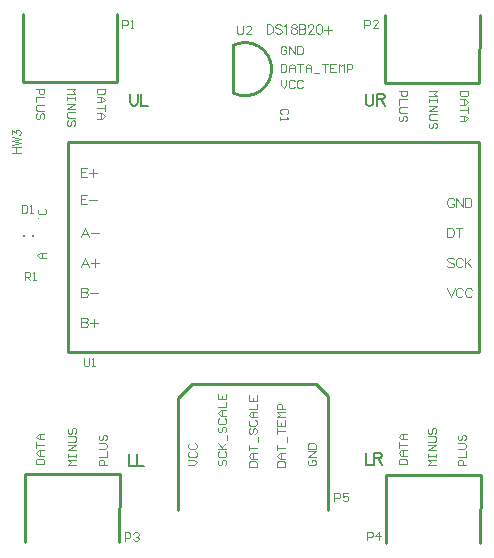
<source format=gto>
G04*
G04 #@! TF.GenerationSoftware,Altium Limited,Altium Designer,20.1.14 (287)*
G04*
G04 Layer_Color=65535*
%FSLAX44Y44*%
%MOMM*%
G71*
G04*
G04 #@! TF.SameCoordinates,A1741A08-9612-4A6D-A7CB-39B1CF954D6D*
G04*
G04*
G04 #@! TF.FilePolarity,Positive*
G04*
G01*
G75*
%ADD10C,0.1000*%
%ADD11C,0.2540*%
%ADD12C,0.2000*%
D10*
X28988Y275820D02*
G03*
X28988Y275820I-500J0D01*
G01*
X7018Y331708D02*
X14017D01*
X7018Y336374D02*
X14017D01*
X10351Y331708D02*
Y336374D01*
X7018Y338307D02*
X14017Y339973D01*
X7018Y341639D02*
X14017Y339973D01*
X7018Y341639D02*
X14017Y343306D01*
X7018Y344972D02*
X14017Y343306D01*
X7018Y347038D02*
Y350704D01*
X9685Y348704D01*
Y349704D01*
X10018Y350371D01*
X10351Y350704D01*
X11351Y351037D01*
X12017D01*
X13017Y350704D01*
X13684Y350037D01*
X14017Y349038D01*
Y348038D01*
X13684Y347038D01*
X13350Y346705D01*
X12684Y346371D01*
X70391Y318918D02*
X65440D01*
Y310920D01*
X70391D01*
X65440Y315110D02*
X68487D01*
X75152Y317776D02*
Y310920D01*
X71724Y314348D02*
X78580D01*
X70391Y296058D02*
X65440D01*
Y288060D01*
X70391D01*
X65440Y292250D02*
X68487D01*
X71724Y291488D02*
X78580D01*
X71534Y260120D02*
X68487Y268118D01*
X65440Y260120D01*
X66583Y262786D02*
X70391D01*
X73400Y263548D02*
X80256D01*
X71534Y234720D02*
X68487Y242718D01*
X65440Y234720D01*
X66583Y237386D02*
X70391D01*
X76828Y241576D02*
Y234720D01*
X73400Y238148D02*
X80256D01*
X65440Y217318D02*
Y209320D01*
Y217318D02*
X68868D01*
X70010Y216937D01*
X70391Y216557D01*
X70772Y215795D01*
Y215033D01*
X70391Y214271D01*
X70010Y213890D01*
X68868Y213510D01*
X65440D02*
X68868D01*
X70010Y213129D01*
X70391Y212748D01*
X70772Y211986D01*
Y210844D01*
X70391Y210082D01*
X70010Y209701D01*
X68868Y209320D01*
X65440D01*
X72562Y212748D02*
X79418D01*
X65440Y191918D02*
Y183920D01*
Y191918D02*
X68868D01*
X70010Y191537D01*
X70391Y191157D01*
X70772Y190395D01*
Y189633D01*
X70391Y188871D01*
X70010Y188491D01*
X68868Y188110D01*
X65440D02*
X68868D01*
X70010Y187729D01*
X70391Y187348D01*
X70772Y186586D01*
Y185443D01*
X70391Y184682D01*
X70010Y184301D01*
X68868Y183920D01*
X65440D01*
X75990Y190776D02*
Y183920D01*
X72562Y187348D02*
X79418D01*
X381033Y291614D02*
X380652Y292376D01*
X379891Y293137D01*
X379129Y293518D01*
X377605D01*
X376843Y293137D01*
X376082Y292376D01*
X375701Y291614D01*
X375320Y290471D01*
Y288567D01*
X375701Y287424D01*
X376082Y286663D01*
X376843Y285901D01*
X377605Y285520D01*
X379129D01*
X379891Y285901D01*
X380652Y286663D01*
X381033Y287424D01*
Y288567D01*
X379129D02*
X381033D01*
X382861Y293518D02*
Y285520D01*
Y293518D02*
X388194Y285520D01*
Y293518D02*
Y285520D01*
X390402Y293518D02*
Y285520D01*
Y293518D02*
X393069D01*
X394211Y293137D01*
X394973Y292376D01*
X395354Y291614D01*
X395735Y290471D01*
Y288567D01*
X395354Y287424D01*
X394973Y286663D01*
X394211Y285901D01*
X393069Y285520D01*
X390402D01*
X375320Y268118D02*
Y260120D01*
Y268118D02*
X377986D01*
X379129Y267737D01*
X379891Y266976D01*
X380271Y266214D01*
X380652Y265071D01*
Y263167D01*
X380271Y262024D01*
X379891Y261263D01*
X379129Y260501D01*
X377986Y260120D01*
X375320D01*
X385108Y268118D02*
Y260120D01*
X382442Y268118D02*
X387775D01*
X380652Y241576D02*
X379891Y242337D01*
X378748Y242718D01*
X377224D01*
X376082Y242337D01*
X375320Y241576D01*
Y240814D01*
X375701Y240052D01*
X376082Y239671D01*
X376843Y239291D01*
X379129Y238529D01*
X379891Y238148D01*
X380271Y237767D01*
X380652Y237005D01*
Y235863D01*
X379891Y235101D01*
X378748Y234720D01*
X377224D01*
X376082Y235101D01*
X375320Y235863D01*
X388155Y240814D02*
X387775Y241576D01*
X387013Y242337D01*
X386251Y242718D01*
X384728D01*
X383966Y242337D01*
X383204Y241576D01*
X382823Y240814D01*
X382442Y239671D01*
Y237767D01*
X382823Y236624D01*
X383204Y235863D01*
X383966Y235101D01*
X384728Y234720D01*
X386251D01*
X387013Y235101D01*
X387775Y235863D01*
X388155Y236624D01*
X390402Y242718D02*
Y234720D01*
X395735Y242718D02*
X390402Y237386D01*
X392307Y239291D02*
X395735Y234720D01*
X375320Y217318D02*
X378367Y209320D01*
X381414Y217318D02*
X378367Y209320D01*
X388155Y215414D02*
X387775Y216176D01*
X387013Y216937D01*
X386251Y217318D01*
X384728D01*
X383966Y216937D01*
X383204Y216176D01*
X382823Y215414D01*
X382442Y214271D01*
Y212367D01*
X382823Y211224D01*
X383204Y210463D01*
X383966Y209701D01*
X384728Y209320D01*
X386251D01*
X387013Y209701D01*
X387775Y210463D01*
X388155Y211224D01*
X396116Y215414D02*
X395735Y216176D01*
X394973Y216937D01*
X394211Y217318D01*
X392688D01*
X391926Y216937D01*
X391164Y216176D01*
X390783Y215414D01*
X390402Y214271D01*
Y212367D01*
X390783Y211224D01*
X391164Y210463D01*
X391926Y209701D01*
X392688Y209320D01*
X394211D01*
X394973Y209701D01*
X395735Y210463D01*
X396116Y211224D01*
X222604Y440290D02*
Y432292D01*
Y440290D02*
X225270D01*
X226412Y439909D01*
X227174Y439148D01*
X227555Y438386D01*
X227936Y437243D01*
Y435339D01*
X227555Y434196D01*
X227174Y433435D01*
X226412Y432673D01*
X225270Y432292D01*
X222604D01*
X235058Y439148D02*
X234296Y439909D01*
X233154Y440290D01*
X231630D01*
X230488Y439909D01*
X229726Y439148D01*
Y438386D01*
X230107Y437624D01*
X230488Y437243D01*
X231250Y436862D01*
X233535Y436101D01*
X234296Y435720D01*
X234677Y435339D01*
X235058Y434577D01*
Y433435D01*
X234296Y432673D01*
X233154Y432292D01*
X231630D01*
X230488Y432673D01*
X229726Y433435D01*
X236848Y438767D02*
X237610Y439148D01*
X238753Y440290D01*
Y432292D01*
X244618Y440290D02*
X243475Y439909D01*
X243095Y439148D01*
Y438386D01*
X243475Y437624D01*
X244237Y437243D01*
X245761Y436862D01*
X246903Y436482D01*
X247665Y435720D01*
X248046Y434958D01*
Y433815D01*
X247665Y433054D01*
X247284Y432673D01*
X246141Y432292D01*
X244618D01*
X243475Y432673D01*
X243095Y433054D01*
X242714Y433815D01*
Y434958D01*
X243095Y435720D01*
X243856Y436482D01*
X244999Y436862D01*
X246522Y437243D01*
X247284Y437624D01*
X247665Y438386D01*
Y439148D01*
X247284Y439909D01*
X246141Y440290D01*
X244618D01*
X249836D02*
Y432292D01*
Y440290D02*
X253264D01*
X254407Y439909D01*
X254787Y439529D01*
X255168Y438767D01*
Y438005D01*
X254787Y437243D01*
X254407Y436862D01*
X253264Y436482D01*
X249836D02*
X253264D01*
X254407Y436101D01*
X254787Y435720D01*
X255168Y434958D01*
Y433815D01*
X254787Y433054D01*
X254407Y432673D01*
X253264Y432292D01*
X249836D01*
X257339Y438386D02*
Y438767D01*
X257720Y439529D01*
X258101Y439909D01*
X258863Y440290D01*
X260386D01*
X261148Y439909D01*
X261529Y439529D01*
X261910Y438767D01*
Y438005D01*
X261529Y437243D01*
X260767Y436101D01*
X256958Y432292D01*
X262290D01*
X266366Y440290D02*
X265223Y439909D01*
X264461Y438767D01*
X264081Y436862D01*
Y435720D01*
X264461Y433815D01*
X265223Y432673D01*
X266366Y432292D01*
X267127D01*
X268270Y432673D01*
X269032Y433815D01*
X269413Y435720D01*
Y436862D01*
X269032Y438767D01*
X268270Y439909D01*
X267127Y440290D01*
X266366D01*
X274631Y439148D02*
Y432292D01*
X271203Y435720D02*
X278058D01*
X258169Y71665D02*
X257002Y70499D01*
Y68166D01*
X258169Y67000D01*
X262834D01*
X264000Y68166D01*
Y70499D01*
X262834Y71665D01*
X260501D01*
Y69333D01*
X264000Y73998D02*
X257002D01*
X264000Y78663D01*
X257002D01*
Y80996D02*
X264000D01*
Y84494D01*
X262834Y85661D01*
X258169D01*
X257002Y84494D01*
Y80996D01*
X231002Y65598D02*
X238000D01*
Y69097D01*
X236834Y70263D01*
X232169D01*
X231002Y69097D01*
Y65598D01*
X238000Y72596D02*
X233335D01*
X231002Y74928D01*
X233335Y77261D01*
X238000D01*
X234501D01*
Y72596D01*
X231002Y79594D02*
Y84259D01*
Y81926D01*
X238000D01*
X239166Y86591D02*
Y91257D01*
X231002Y93589D02*
Y98254D01*
Y95922D01*
X238000D01*
X231002Y105252D02*
Y100587D01*
X238000D01*
Y105252D01*
X234501Y100587D02*
Y102919D01*
X238000Y107584D02*
X231002D01*
X233335Y109917D01*
X231002Y112250D01*
X238000D01*
Y114582D02*
X231002D01*
Y118081D01*
X232169Y119248D01*
X234501D01*
X235667Y118081D01*
Y114582D01*
X156002Y67000D02*
X160667D01*
X163000Y69333D01*
X160667Y71665D01*
X156002D01*
X157169Y78663D02*
X156002Y77497D01*
Y75164D01*
X157169Y73998D01*
X161834D01*
X163000Y75164D01*
Y77497D01*
X161834Y78663D01*
X157169Y85661D02*
X156002Y84494D01*
Y82162D01*
X157169Y80996D01*
X161834D01*
X163000Y82162D01*
Y84494D01*
X161834Y85661D01*
X182169Y71665D02*
X181002Y70499D01*
Y68166D01*
X182169Y67000D01*
X183335D01*
X184501Y68166D01*
Y70499D01*
X185667Y71665D01*
X186834D01*
X188000Y70499D01*
Y68166D01*
X186834Y67000D01*
X182169Y78663D02*
X181002Y77497D01*
Y75164D01*
X182169Y73998D01*
X186834D01*
X188000Y75164D01*
Y77497D01*
X186834Y78663D01*
X181002Y80996D02*
X188000D01*
X185667D01*
X181002Y85661D01*
X184501Y82162D01*
X188000Y85661D01*
X189166Y87993D02*
Y92658D01*
X182169Y99656D02*
X181002Y98490D01*
Y96157D01*
X182169Y94991D01*
X183335D01*
X184501Y96157D01*
Y98490D01*
X185667Y99656D01*
X186834D01*
X188000Y98490D01*
Y96157D01*
X186834Y94991D01*
X182169Y106654D02*
X181002Y105488D01*
Y103155D01*
X182169Y101989D01*
X186834D01*
X188000Y103155D01*
Y105488D01*
X186834Y106654D01*
X188000Y108987D02*
X183335D01*
X181002Y111319D01*
X183335Y113652D01*
X188000D01*
X184501D01*
Y108987D01*
X181002Y115984D02*
X188000D01*
Y120649D01*
X181002Y127647D02*
Y122982D01*
X188000D01*
Y127647D01*
X184501Y122982D02*
Y125315D01*
X207002Y65598D02*
X214000D01*
Y69097D01*
X212834Y70263D01*
X208169D01*
X207002Y69097D01*
Y65598D01*
X214000Y72596D02*
X209335D01*
X207002Y74928D01*
X209335Y77261D01*
X214000D01*
X210501D01*
Y72596D01*
X207002Y79594D02*
Y84259D01*
Y81926D01*
X214000D01*
X215166Y86591D02*
Y91257D01*
X208169Y98254D02*
X207002Y97088D01*
Y94755D01*
X208169Y93589D01*
X209335D01*
X210501Y94755D01*
Y97088D01*
X211667Y98254D01*
X212834D01*
X214000Y97088D01*
Y94755D01*
X212834Y93589D01*
X208169Y105252D02*
X207002Y104086D01*
Y101753D01*
X208169Y100587D01*
X212834D01*
X214000Y101753D01*
Y104086D01*
X212834Y105252D01*
X214000Y107584D02*
X209335D01*
X207002Y109917D01*
X209335Y112250D01*
X214000D01*
X210501D01*
Y107584D01*
X207002Y114582D02*
X214000D01*
Y119248D01*
X207002Y126245D02*
Y121580D01*
X214000D01*
Y126245D01*
X210501Y121580D02*
Y123913D01*
X334000Y384000D02*
X340998D01*
Y380501D01*
X339832Y379335D01*
X337499D01*
X336333Y380501D01*
Y384000D01*
X340998Y377002D02*
X334000D01*
Y372337D01*
X340998Y370005D02*
X335166D01*
X334000Y368838D01*
Y366506D01*
X335166Y365339D01*
X340998D01*
X339832Y358342D02*
X340998Y359508D01*
Y361841D01*
X339832Y363007D01*
X338665D01*
X337499Y361841D01*
Y359508D01*
X336333Y358342D01*
X335166D01*
X334000Y359508D01*
Y361841D01*
X335166Y363007D01*
X359444Y384000D02*
X366442D01*
X364109Y381667D01*
X366442Y379335D01*
X359444D01*
X366442Y377002D02*
Y374670D01*
Y375836D01*
X359444D01*
Y377002D01*
Y374670D01*
Y371171D02*
X366442D01*
X359444Y366506D01*
X366442D01*
Y364173D02*
X360610D01*
X359444Y363007D01*
Y360674D01*
X360610Y359508D01*
X366442D01*
X365275Y352510D02*
X366442Y353676D01*
Y356009D01*
X365275Y357175D01*
X364109D01*
X362943Y356009D01*
Y353676D01*
X361777Y352510D01*
X360610D01*
X359444Y353676D01*
Y356009D01*
X360610Y357175D01*
X392998Y384000D02*
X386000D01*
Y380501D01*
X387166Y379335D01*
X391831D01*
X392998Y380501D01*
Y384000D01*
X386000Y377002D02*
X390665D01*
X392998Y374670D01*
X390665Y372337D01*
X386000D01*
X389499D01*
Y377002D01*
X392998Y370005D02*
Y365339D01*
Y367672D01*
X386000D01*
Y363007D02*
X390665D01*
X392998Y360674D01*
X390665Y358342D01*
X386000D01*
X389499D01*
Y363007D01*
X27044Y385900D02*
X34042D01*
Y382401D01*
X32875Y381235D01*
X30543D01*
X29376Y382401D01*
Y385900D01*
X34042Y378902D02*
X27044D01*
Y374237D01*
X34042Y371904D02*
X28210D01*
X27044Y370738D01*
Y368406D01*
X28210Y367239D01*
X34042D01*
X32875Y360242D02*
X34042Y361408D01*
Y363741D01*
X32875Y364907D01*
X31709D01*
X30543Y363741D01*
Y361408D01*
X29376Y360242D01*
X28210D01*
X27044Y361408D01*
Y363741D01*
X28210Y364907D01*
X53350Y385900D02*
X60348D01*
X58015Y383567D01*
X60348Y381235D01*
X53350D01*
X60348Y378902D02*
Y376570D01*
Y377736D01*
X53350D01*
Y378902D01*
Y376570D01*
Y373071D02*
X60348D01*
X53350Y368406D01*
X60348D01*
Y366073D02*
X54516D01*
X53350Y364907D01*
Y362574D01*
X54516Y361408D01*
X60348D01*
X59181Y354410D02*
X60348Y355576D01*
Y357909D01*
X59181Y359075D01*
X58015D01*
X56849Y357909D01*
Y355576D01*
X55683Y354410D01*
X54516D01*
X53350Y355576D01*
Y357909D01*
X54516Y359075D01*
X85348Y385900D02*
X78350D01*
Y382401D01*
X79516Y381235D01*
X84181D01*
X85348Y382401D01*
Y385900D01*
X78350Y378902D02*
X83015D01*
X85348Y376570D01*
X83015Y374237D01*
X78350D01*
X81849D01*
Y378902D01*
X85348Y371904D02*
Y367239D01*
Y369572D01*
X78350D01*
Y364907D02*
X83015D01*
X85348Y362574D01*
X83015Y360242D01*
X78350D01*
X81849D01*
Y364907D01*
X87000Y67000D02*
X80002D01*
Y70499D01*
X81168Y71665D01*
X83501D01*
X84667Y70499D01*
Y67000D01*
X80002Y73998D02*
X87000D01*
Y78663D01*
X80002Y80996D02*
X85834D01*
X87000Y82162D01*
Y84494D01*
X85834Y85661D01*
X80002D01*
X81168Y92658D02*
X80002Y91492D01*
Y89159D01*
X81168Y87993D01*
X82335D01*
X83501Y89159D01*
Y91492D01*
X84667Y92658D01*
X85834D01*
X87000Y91492D01*
Y89159D01*
X85834Y87993D01*
X61000Y67000D02*
X54002D01*
X56335Y69333D01*
X54002Y71665D01*
X61000D01*
X54002Y73998D02*
Y76330D01*
Y75164D01*
X61000D01*
Y73998D01*
Y76330D01*
Y79829D02*
X54002D01*
X61000Y84494D01*
X54002D01*
Y86827D02*
X59834D01*
X61000Y87993D01*
Y90326D01*
X59834Y91492D01*
X54002D01*
X55168Y98490D02*
X54002Y97324D01*
Y94991D01*
X55168Y93825D01*
X56335D01*
X57501Y94991D01*
Y97324D01*
X58667Y98490D01*
X59834D01*
X61000Y97324D01*
Y94991D01*
X59834Y93825D01*
X27002Y68000D02*
X34000D01*
Y71499D01*
X32834Y72665D01*
X28168D01*
X27002Y71499D01*
Y68000D01*
X34000Y74998D02*
X29335D01*
X27002Y77330D01*
X29335Y79663D01*
X34000D01*
X30501D01*
Y74998D01*
X27002Y81995D02*
Y86661D01*
Y84328D01*
X34000D01*
Y88993D02*
X29335D01*
X27002Y91326D01*
X29335Y93658D01*
X34000D01*
X30501D01*
Y88993D01*
X391000Y67000D02*
X384002D01*
Y70499D01*
X385169Y71665D01*
X387501D01*
X388667Y70499D01*
Y67000D01*
X384002Y73998D02*
X391000D01*
Y78663D01*
X384002Y80996D02*
X389834D01*
X391000Y82162D01*
Y84494D01*
X389834Y85661D01*
X384002D01*
X385169Y92658D02*
X384002Y91492D01*
Y89159D01*
X385169Y87993D01*
X386335D01*
X387501Y89159D01*
Y91492D01*
X388667Y92658D01*
X389834D01*
X391000Y91492D01*
Y89159D01*
X389834Y87993D01*
X366000Y67000D02*
X359002D01*
X361335Y69333D01*
X359002Y71665D01*
X366000D01*
X359002Y73998D02*
Y76330D01*
Y75164D01*
X366000D01*
Y73998D01*
Y76330D01*
Y79829D02*
X359002D01*
X366000Y84494D01*
X359002D01*
Y86827D02*
X364834D01*
X366000Y87993D01*
Y90326D01*
X364834Y91492D01*
X359002D01*
X360169Y98490D02*
X359002Y97324D01*
Y94991D01*
X360169Y93825D01*
X361335D01*
X362501Y94991D01*
Y97324D01*
X363667Y98490D01*
X364834D01*
X366000Y97324D01*
Y94991D01*
X364834Y93825D01*
X334002Y68000D02*
X341000D01*
Y71499D01*
X339834Y72665D01*
X335169D01*
X334002Y71499D01*
Y68000D01*
X341000Y74998D02*
X336335D01*
X334002Y77330D01*
X336335Y79663D01*
X341000D01*
X337501D01*
Y74998D01*
X334002Y81995D02*
Y86661D01*
Y84328D01*
X341000D01*
Y88993D02*
X336335D01*
X334002Y91326D01*
X336335Y93658D01*
X341000D01*
X337501D01*
Y88993D01*
X29907Y283985D02*
X28740Y282819D01*
Y280486D01*
X29907Y279320D01*
X34572D01*
X35738Y280486D01*
Y282819D01*
X34572Y283985D01*
X35212Y242270D02*
X30547D01*
X28214Y244603D01*
X30547Y246935D01*
X35212D01*
X31713D01*
Y242270D01*
X238969Y420651D02*
X237803Y421818D01*
X235470D01*
X234304Y420651D01*
Y415986D01*
X235470Y414820D01*
X237803D01*
X238969Y415986D01*
Y418319D01*
X236636D01*
X241301Y414820D02*
Y421818D01*
X245967Y414820D01*
Y421818D01*
X248299D02*
Y414820D01*
X251798D01*
X252964Y415986D01*
Y420651D01*
X251798Y421818D01*
X248299D01*
X234304Y407048D02*
Y400050D01*
X237803D01*
X238969Y401216D01*
Y405882D01*
X237803Y407048D01*
X234304D01*
X241301Y400050D02*
Y404715D01*
X243634Y407048D01*
X245967Y404715D01*
Y400050D01*
Y403549D01*
X241301D01*
X248299Y407048D02*
X252964D01*
X250632D01*
Y400050D01*
X255297D02*
Y404715D01*
X257630Y407048D01*
X259962Y404715D01*
Y400050D01*
Y403549D01*
X255297D01*
X262295Y398884D02*
X266960D01*
X269293Y407048D02*
X273958D01*
X271625D01*
Y400050D01*
X280955Y407048D02*
X276290D01*
Y400050D01*
X280955D01*
X276290Y403549D02*
X278623D01*
X283288Y400050D02*
Y407048D01*
X285621Y404715D01*
X287953Y407048D01*
Y400050D01*
X290286D02*
Y407048D01*
X293785D01*
X294951Y405882D01*
Y403549D01*
X293785Y402383D01*
X290286D01*
X234304Y393292D02*
Y388627D01*
X236636Y386294D01*
X238969Y388627D01*
Y393292D01*
X245967Y392126D02*
X244800Y393292D01*
X242468D01*
X241301Y392126D01*
Y387460D01*
X242468Y386294D01*
X244800D01*
X245967Y387460D01*
X252964Y392126D02*
X251798Y393292D01*
X249466D01*
X248299Y392126D01*
Y387460D01*
X249466Y386294D01*
X251798D01*
X252964Y387460D01*
X197504Y439055D02*
Y433223D01*
X198670Y432057D01*
X201003D01*
X202169Y433223D01*
Y439055D01*
X209167Y432057D02*
X204501D01*
X209167Y436722D01*
Y437889D01*
X208000Y439055D01*
X205668D01*
X204501Y437889D01*
X67303Y157931D02*
Y152099D01*
X68469Y150933D01*
X70802D01*
X71968Y152099D01*
Y157931D01*
X74301Y150933D02*
X76633D01*
X75467D01*
Y157931D01*
X74301Y156765D01*
X17367Y223821D02*
Y230819D01*
X20866D01*
X22032Y229653D01*
Y227320D01*
X20866Y226154D01*
X17367D01*
X19699D02*
X22032Y223821D01*
X24365D02*
X26697D01*
X25531D01*
Y230819D01*
X24365Y229653D01*
X279664Y36633D02*
Y43631D01*
X283163D01*
X284330Y42465D01*
Y40132D01*
X283163Y38966D01*
X279664D01*
X291327Y43631D02*
X286662D01*
Y40132D01*
X288995Y41298D01*
X290161D01*
X291327Y40132D01*
Y37799D01*
X290161Y36633D01*
X287829D01*
X286662Y37799D01*
X307351Y3867D02*
Y10865D01*
X310849D01*
X312016Y9699D01*
Y7366D01*
X310849Y6200D01*
X307351D01*
X317847Y3867D02*
Y10865D01*
X314348Y7366D01*
X319014D01*
X102373Y3105D02*
Y10103D01*
X105871D01*
X107038Y8937D01*
Y6604D01*
X105871Y5438D01*
X102373D01*
X109370Y8937D02*
X110537Y10103D01*
X112869D01*
X114036Y8937D01*
Y7770D01*
X112869Y6604D01*
X111703D01*
X112869D01*
X114036Y5438D01*
Y4271D01*
X112869Y3105D01*
X110537D01*
X109370Y4271D01*
X305065Y437191D02*
Y444189D01*
X308563D01*
X309730Y443023D01*
Y440690D01*
X308563Y439524D01*
X305065D01*
X316728Y437191D02*
X312062D01*
X316728Y441856D01*
Y443023D01*
X315561Y444189D01*
X313229D01*
X312062Y443023D01*
X100061Y437191D02*
Y444189D01*
X103560D01*
X104726Y443023D01*
Y440690D01*
X103560Y439524D01*
X100061D01*
X107058Y437191D02*
X109391D01*
X108225D01*
Y444189D01*
X107058Y443023D01*
X15017Y287748D02*
Y280750D01*
X18516D01*
X19682Y281917D01*
Y286582D01*
X18516Y287748D01*
X15017D01*
X22015Y280750D02*
X24347D01*
X23181D01*
Y287748D01*
X22015Y286582D01*
X239627Y363982D02*
X240793Y365148D01*
Y367481D01*
X239627Y368647D01*
X234962D01*
X233796Y367481D01*
Y365148D01*
X234962Y363982D01*
X233796Y361649D02*
Y359317D01*
Y360483D01*
X240793D01*
X239627Y361649D01*
D11*
X194015Y382211D02*
G03*
X194015Y422461I10062J20125D01*
G01*
X402260Y162600D02*
Y340400D01*
X54280Y162600D02*
Y340400D01*
X402260D01*
X54280Y162600D02*
X402260D01*
X274300Y54700D02*
Y126000D01*
X264359Y135941D02*
X274300Y126000D01*
X159482Y135941D02*
X264359D01*
X147300Y123759D02*
X159482Y135941D01*
X147300Y54700D02*
Y123759D01*
X274300Y29300D02*
Y54700D01*
X147300Y29300D02*
Y54700D01*
X322600Y390474D02*
X402495D01*
X402600Y448000D01*
X322600Y390474D02*
X322705Y448000D01*
X15750Y391374D02*
X95645D01*
X95750Y448900D01*
X15750Y391374D02*
X15855Y448900D01*
X17895Y59526D02*
X97790D01*
X17790Y2000D02*
X17895Y59526D01*
X97685Y2000D02*
X97790Y59526D01*
X323505Y58526D02*
X403400D01*
X323400Y1000D02*
X323505Y58526D01*
X403295Y1000D02*
X403400Y58526D01*
X193918Y382016D02*
Y422656D01*
D12*
X17238Y260820D02*
Y261820D01*
X24738Y260820D02*
Y261820D01*
X306292Y77596D02*
Y67598D01*
X312005D01*
X313100Y77596D02*
Y67598D01*
Y77596D02*
X317385D01*
X318813Y77120D01*
X319289Y76644D01*
X319765Y75691D01*
Y74739D01*
X319289Y73787D01*
X318813Y73311D01*
X317385Y72835D01*
X313100D01*
X316433D02*
X319765Y67598D01*
X105632Y76514D02*
Y66516D01*
X111345D01*
X112440Y76514D02*
Y66516D01*
X118153D01*
X306038Y381568D02*
Y374426D01*
X306514Y372998D01*
X307466Y372046D01*
X308895Y371570D01*
X309847D01*
X311275Y372046D01*
X312227Y372998D01*
X312703Y374426D01*
Y381568D01*
X315464D02*
Y371570D01*
Y381568D02*
X319749D01*
X321178Y381092D01*
X321654Y380616D01*
X322130Y379664D01*
Y378711D01*
X321654Y377759D01*
X321178Y377283D01*
X319749Y376807D01*
X315464D01*
X318797D02*
X322130Y371570D01*
X106726Y381568D02*
Y374426D01*
X107202Y372998D01*
X108154Y372046D01*
X109582Y371570D01*
X110534D01*
X111963Y372046D01*
X112915Y372998D01*
X113391Y374426D01*
Y381568D01*
X116152D02*
Y371570D01*
X121865D01*
M02*

</source>
